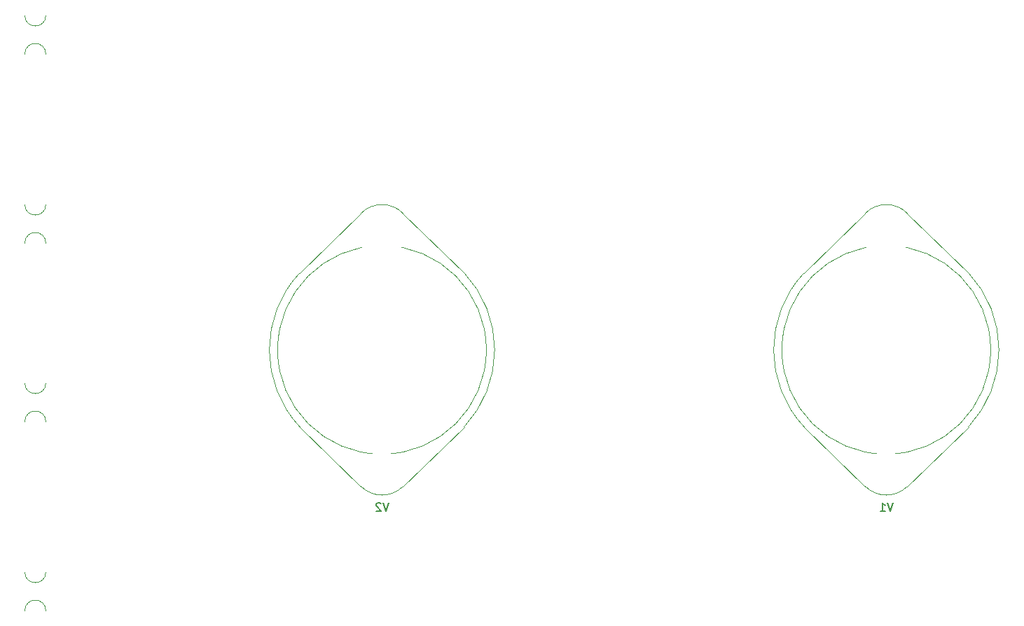
<source format=gbo>
G04 #@! TF.GenerationSoftware,KiCad,Pcbnew,5.1.12-84ad8e8a86~92~ubuntu20.04.1*
G04 #@! TF.CreationDate,2021-12-12T19:41:42-05:00*
G04 #@! TF.ProjectId,it_is_the_champion,69745f69-735f-4746-9865-5f6368616d70,0.1*
G04 #@! TF.SameCoordinates,Original*
G04 #@! TF.FileFunction,Legend,Bot*
G04 #@! TF.FilePolarity,Positive*
%FSLAX46Y46*%
G04 Gerber Fmt 4.6, Leading zero omitted, Abs format (unit mm)*
G04 Created by KiCad (PCBNEW 5.1.12-84ad8e8a86~92~ubuntu20.04.1) date 2021-12-12 19:41:42*
%MOMM*%
%LPD*%
G01*
G04 APERTURE LIST*
%ADD10C,0.100000*%
%ADD11C,0.120000*%
%ADD12C,0.150000*%
%ADD13C,0.500000*%
%ADD14O,2.400000X2.400000*%
%ADD15C,2.400000*%
%ADD16C,2.000000*%
%ADD17C,2.500000*%
%ADD18O,3.500000X3.500000*%
%ADD19C,4.000000*%
%ADD20C,6.000000*%
%ADD21C,1.000000*%
%ADD22C,2.800000*%
%ADD23C,2.550000*%
%ADD24R,2.400000X2.400000*%
%ADD25C,5.600000*%
%ADD26C,5.599999*%
%ADD27C,1.600000*%
%ADD28O,1.600000X1.600000*%
%ADD29O,2.200000X2.200000*%
%ADD30R,2.200000X2.200000*%
%ADD31R,1.600000X1.600000*%
%ADD32R,3.200000X3.200000*%
%ADD33C,3.200000*%
G04 APERTURE END LIST*
D10*
X33020000Y-110280000D02*
G75*
G03*
X30480000Y-110280000I-1270000J0D01*
G01*
X33020000Y-105620000D02*
G75*
G02*
X30480000Y-105620000I-1270000J0D01*
G01*
X33020000Y-87420000D02*
G75*
G03*
X30480000Y-87420000I-1270000J0D01*
G01*
X33020000Y-82760000D02*
G75*
G02*
X30480000Y-82760000I-1270000J0D01*
G01*
X33020000Y-65830000D02*
G75*
G03*
X30480000Y-65830000I-1270000J0D01*
G01*
X33020000Y-61170000D02*
G75*
G02*
X30480000Y-61170000I-1270000J0D01*
G01*
X33020000Y-42970000D02*
G75*
G03*
X30480000Y-42970000I-1270000J0D01*
G01*
X33020000Y-38310000D02*
G75*
G02*
X30480000Y-38310000I-1270000J0D01*
G01*
D11*
X71120000Y-62230000D02*
X63703402Y-69447175D01*
X76200000Y-62230000D02*
X83589644Y-69418380D01*
X63730355Y-88061621D02*
X71120000Y-95250000D01*
X76200000Y-95250000D02*
X83595923Y-88054927D01*
X86280000Y-78740000D02*
G75*
G03*
X86280000Y-78740000I-12620000J0D01*
G01*
X83595923Y-88054927D02*
G75*
G03*
X87279487Y-78740000I-9935923J9314927D01*
G01*
X71120000Y-95250000D02*
G75*
G03*
X76200000Y-95250000I2540000J2540000D01*
G01*
X76200000Y-62230000D02*
G75*
G03*
X71120000Y-62230000I-2540000J-2540000D01*
G01*
X87279487Y-78740000D02*
G75*
G03*
X83589644Y-69418380I-13619487J0D01*
G01*
X63703402Y-69447175D02*
G75*
G03*
X63730356Y-88061620I9956598J-9292825D01*
G01*
X132080000Y-62230000D02*
X124663402Y-69447175D01*
X137160000Y-62230000D02*
X144549644Y-69418380D01*
X124690355Y-88061621D02*
X132080000Y-95250000D01*
X137160000Y-95250000D02*
X144555923Y-88054927D01*
X147240000Y-78740000D02*
G75*
G03*
X147240000Y-78740000I-12620000J0D01*
G01*
X144555923Y-88054927D02*
G75*
G03*
X148239487Y-78740000I-9935923J9314927D01*
G01*
X132080000Y-95250000D02*
G75*
G03*
X137160000Y-95250000I2540000J2540000D01*
G01*
X137160000Y-62230000D02*
G75*
G03*
X132080000Y-62230000I-2540000J-2540000D01*
G01*
X148239487Y-78740000D02*
G75*
G03*
X144549644Y-69418380I-13619487J0D01*
G01*
X124663402Y-69447175D02*
G75*
G03*
X124690356Y-88061620I9956598J-9292825D01*
G01*
D12*
X74469523Y-97242380D02*
X74136190Y-98242380D01*
X73802857Y-97242380D01*
X73517142Y-97337619D02*
X73469523Y-97290000D01*
X73374285Y-97242380D01*
X73136190Y-97242380D01*
X73040952Y-97290000D01*
X72993333Y-97337619D01*
X72945714Y-97432857D01*
X72945714Y-97528095D01*
X72993333Y-97670952D01*
X73564761Y-98242380D01*
X72945714Y-98242380D01*
X135429523Y-97242380D02*
X135096190Y-98242380D01*
X134762857Y-97242380D01*
X133905714Y-98242380D02*
X134477142Y-98242380D01*
X134191428Y-98242380D02*
X134191428Y-97242380D01*
X134286666Y-97385238D01*
X134381904Y-97480476D01*
X134477142Y-97528095D01*
%LPC*%
D13*
X30650000Y-107150000D03*
X30650000Y-108750000D03*
X32850000Y-108750000D03*
X32850000Y-107150000D03*
X30650000Y-107950000D03*
X32850000Y-107950000D03*
X30650000Y-84290000D03*
X30650000Y-85890000D03*
X32850000Y-85890000D03*
X32850000Y-84290000D03*
X30650000Y-85090000D03*
X32850000Y-85090000D03*
X30650000Y-62700000D03*
X30650000Y-64300000D03*
X32850000Y-64300000D03*
X32850000Y-62700000D03*
X30650000Y-63500000D03*
X32850000Y-63500000D03*
X30650000Y-39840000D03*
X30650000Y-41440000D03*
X32850000Y-41440000D03*
X32850000Y-39840000D03*
X30650000Y-40640000D03*
X32850000Y-40640000D03*
D14*
X142240000Y-63500000D03*
D15*
X162560000Y-63500000D03*
G36*
G01*
X52435000Y-44335000D02*
X52435000Y-45835000D01*
G75*
G02*
X52185000Y-46085000I-250000J0D01*
G01*
X50685000Y-46085000D01*
G75*
G02*
X50435000Y-45835000I0J250000D01*
G01*
X50435000Y-44335000D01*
G75*
G02*
X50685000Y-44085000I250000J0D01*
G01*
X52185000Y-44085000D01*
G75*
G02*
X52435000Y-44335000I0J-250000D01*
G01*
G37*
D16*
X46935000Y-45085000D03*
D17*
X51435000Y-33085000D03*
X46935000Y-33085000D03*
G36*
G01*
X160385000Y-44335000D02*
X160385000Y-45835000D01*
G75*
G02*
X160135000Y-46085000I-250000J0D01*
G01*
X158635000Y-46085000D01*
G75*
G02*
X158385000Y-45835000I0J250000D01*
G01*
X158385000Y-44335000D01*
G75*
G02*
X158635000Y-44085000I250000J0D01*
G01*
X160135000Y-44085000D01*
G75*
G02*
X160385000Y-44335000I0J-250000D01*
G01*
G37*
D16*
X154885000Y-45085000D03*
D17*
X159385000Y-33085000D03*
X154885000Y-33085000D03*
D18*
X65165322Y-84911745D03*
X63160000Y-78740000D03*
X65165322Y-72568255D03*
X70415322Y-68753907D03*
X76904678Y-68753907D03*
X82154678Y-72568255D03*
X84160000Y-78740000D03*
X82154678Y-84911745D03*
X76904678Y-88726093D03*
D19*
X73660000Y-92990000D03*
D20*
X73660000Y-64490000D03*
D21*
X73660000Y-78740000D03*
D18*
X126125322Y-84911745D03*
X124120000Y-78740000D03*
X126125322Y-72568255D03*
X131375322Y-68753907D03*
X137864678Y-68753907D03*
X143114678Y-72568255D03*
X145120000Y-78740000D03*
X143114678Y-84911745D03*
X137864678Y-88726093D03*
D19*
X134620000Y-92990000D03*
D20*
X134620000Y-64490000D03*
D21*
X134620000Y-78740000D03*
D14*
X151765000Y-124460000D03*
D15*
X151765000Y-104140000D03*
D14*
X93980000Y-106680000D03*
D15*
X114300000Y-106680000D03*
D14*
X77470000Y-114300000D03*
D15*
X57150000Y-114300000D03*
D22*
X39540000Y-98780000D03*
X39540000Y-93980000D03*
D23*
X53340000Y-98780000D03*
G36*
G01*
X52314999Y-92705000D02*
X54365001Y-92705000D01*
G75*
G02*
X54615000Y-92954999I0J-249999D01*
G01*
X54615000Y-95005001D01*
G75*
G02*
X54365001Y-95255000I-249999J0D01*
G01*
X52314999Y-95255000D01*
G75*
G02*
X52065000Y-95005001I0J249999D01*
G01*
X52065000Y-92954999D01*
G75*
G02*
X52314999Y-92705000I249999J0D01*
G01*
G37*
D22*
X39540000Y-117830000D03*
X39540000Y-113030000D03*
D23*
X53340000Y-117830000D03*
G36*
G01*
X52314999Y-111755000D02*
X54365001Y-111755000D01*
G75*
G02*
X54615000Y-112004999I0J-249999D01*
G01*
X54615000Y-114055001D01*
G75*
G02*
X54365001Y-114305000I-249999J0D01*
G01*
X52314999Y-114305000D01*
G75*
G02*
X52065000Y-114055001I0J249999D01*
G01*
X52065000Y-112004999D01*
G75*
G02*
X52314999Y-111755000I249999J0D01*
G01*
G37*
D15*
X121920000Y-121800000D03*
D24*
X121920000Y-114300000D03*
D15*
X88900000Y-121800000D03*
D24*
X88900000Y-114300000D03*
D22*
X-938000Y-34206000D03*
X3862000Y-34206000D03*
X8662000Y-34206000D03*
X13462000Y-34206000D03*
X18262000Y-34206000D03*
D23*
X-938000Y-48006000D03*
X3862000Y-48006000D03*
X8662000Y-48006000D03*
X13462000Y-48006000D03*
G36*
G01*
X19537000Y-46980999D02*
X19537000Y-49031001D01*
G75*
G02*
X19287001Y-49281000I-249999J0D01*
G01*
X17236999Y-49281000D01*
G75*
G02*
X16987000Y-49031001I0J249999D01*
G01*
X16987000Y-46980999D01*
G75*
G02*
X17236999Y-46731000I249999J0D01*
G01*
X19287001Y-46731000D01*
G75*
G02*
X19537000Y-46980999I0J-249999D01*
G01*
G37*
D25*
X-48260000Y-115570000D03*
X25400000Y-115570000D03*
D26*
X-48260000Y-33020000D03*
D25*
X25400000Y-33020000D03*
X86360000Y-93980000D03*
X60960000Y-63500000D03*
X147320000Y-93980000D03*
X121920000Y-63500000D03*
X38100000Y-124460000D03*
X167640000Y-124460000D03*
X167640000Y-33020000D03*
X38100000Y-33020000D03*
D22*
X-40360000Y-34036000D03*
X-35560000Y-34036000D03*
D23*
X-40360000Y-47836000D03*
G36*
G01*
X-34285000Y-46810999D02*
X-34285000Y-48861001D01*
G75*
G02*
X-34534999Y-49111000I-249999J0D01*
G01*
X-36585001Y-49111000D01*
G75*
G02*
X-36835000Y-48861001I0J249999D01*
G01*
X-36835000Y-46810999D01*
G75*
G02*
X-36585001Y-46561000I249999J0D01*
G01*
X-34534999Y-46561000D01*
G75*
G02*
X-34285000Y-46810999I0J-249999D01*
G01*
G37*
D14*
X43815000Y-58420000D03*
D15*
X43815000Y-78740000D03*
D14*
X52070000Y-78740000D03*
D15*
X52070000Y-58420000D03*
D14*
X83820000Y-63500000D03*
D15*
X104140000Y-63500000D03*
D27*
X144860000Y-50800000D03*
X149860000Y-50800000D03*
D15*
X26670000Y-57150000D03*
D14*
X26670000Y-87630000D03*
D28*
X43815000Y-53340000D03*
D27*
X53975000Y-53340000D03*
D28*
X109220000Y-83820000D03*
D27*
X99060000Y-83820000D03*
D28*
X109220000Y-78740000D03*
D27*
X99060000Y-78740000D03*
D28*
X118110000Y-81280000D03*
D27*
X118110000Y-71120000D03*
D28*
X170180000Y-86360000D03*
D27*
X160020000Y-86360000D03*
D28*
X170180000Y-76200000D03*
D27*
X160020000Y-76200000D03*
D28*
X170180000Y-81280000D03*
D27*
X160020000Y-81280000D03*
D29*
X-6350000Y-94615000D03*
D30*
X-6350000Y-104775000D03*
D29*
X-6350000Y-107950000D03*
D30*
X-6350000Y-118110000D03*
D29*
X-16510000Y-94615000D03*
D30*
X-16510000Y-104775000D03*
D29*
X-16510000Y-107950000D03*
D30*
X-16510000Y-118110000D03*
D29*
X-11430000Y-104775000D03*
D30*
X-11430000Y-94615000D03*
D29*
X-11430000Y-118110000D03*
D30*
X-11430000Y-107950000D03*
D29*
X-21590000Y-104775000D03*
D30*
X-21590000Y-94615000D03*
D29*
X-21590000Y-118110000D03*
D30*
X-21590000Y-107950000D03*
D15*
X-3930000Y-60706000D03*
D24*
X-11430000Y-60706000D03*
D15*
X16390000Y-81026000D03*
D24*
X8890000Y-81026000D03*
D15*
X-3930000Y-81026000D03*
D24*
X-11430000Y-81026000D03*
D16*
X36830000Y-68580000D03*
X36830000Y-58580000D03*
D27*
X68580000Y-55880000D03*
X63580000Y-55880000D03*
X99140000Y-55880000D03*
X104140000Y-55880000D03*
X119300000Y-86995000D03*
X114300000Y-86995000D03*
D16*
X139700000Y-50800000D03*
X129700000Y-50800000D03*
X139700000Y-58420000D03*
X129700000Y-58420000D03*
D27*
X165100000Y-94575000D03*
D31*
X165100000Y-92075000D03*
D15*
X-30600000Y-61976000D03*
D24*
X-38100000Y-61976000D03*
D15*
X-30600000Y-79756000D03*
D24*
X-38100000Y-79756000D03*
G36*
G01*
X-41915000Y-101355001D02*
X-41915000Y-99304999D01*
G75*
G02*
X-41665001Y-99055000I249999J0D01*
G01*
X-39614999Y-99055000D01*
G75*
G02*
X-39365000Y-99304999I0J-249999D01*
G01*
X-39365000Y-101355001D01*
G75*
G02*
X-39614999Y-101605000I-249999J0D01*
G01*
X-41665001Y-101605000D01*
G75*
G02*
X-41915000Y-101355001I0J249999D01*
G01*
G37*
D23*
X-35840000Y-100330000D03*
D22*
X-40640000Y-114130000D03*
X-35840000Y-114130000D03*
D15*
X16390000Y-60706000D03*
D24*
X8890000Y-60706000D03*
D17*
X119960000Y-33020000D03*
X124460000Y-33020000D03*
D16*
X119960000Y-45020000D03*
G36*
G01*
X125460000Y-44270000D02*
X125460000Y-45770000D01*
G75*
G02*
X125210000Y-46020000I-250000J0D01*
G01*
X123710000Y-46020000D01*
G75*
G02*
X123460000Y-45770000I0J250000D01*
G01*
X123460000Y-44270000D01*
G75*
G02*
X123710000Y-44020000I250000J0D01*
G01*
X125210000Y-44020000D01*
G75*
G02*
X125460000Y-44270000I0J-250000D01*
G01*
G37*
D17*
X135780000Y-33020000D03*
X140280000Y-33020000D03*
X144780000Y-33020000D03*
D16*
X135780000Y-45020000D03*
X140280000Y-45020000D03*
G36*
G01*
X145780000Y-44270000D02*
X145780000Y-45770000D01*
G75*
G02*
X145530000Y-46020000I-250000J0D01*
G01*
X144030000Y-46020000D01*
G75*
G02*
X143780000Y-45770000I0J250000D01*
G01*
X143780000Y-44270000D01*
G75*
G02*
X144030000Y-44020000I250000J0D01*
G01*
X145530000Y-44020000D01*
G75*
G02*
X145780000Y-44270000I0J-250000D01*
G01*
G37*
D32*
X-45720000Y-95250000D03*
D33*
X-40640000Y-95250000D03*
X-35560000Y-95250000D03*
X-30480000Y-95250000D03*
G36*
G01*
X2535000Y-101355001D02*
X2535000Y-99304999D01*
G75*
G02*
X2784999Y-99055000I249999J0D01*
G01*
X4835001Y-99055000D01*
G75*
G02*
X5085000Y-99304999I0J-249999D01*
G01*
X5085000Y-101355001D01*
G75*
G02*
X4835001Y-101605000I-249999J0D01*
G01*
X2784999Y-101605000D01*
G75*
G02*
X2535000Y-101355001I0J249999D01*
G01*
G37*
D23*
X8610000Y-100330000D03*
X13410000Y-100330000D03*
X18210000Y-100330000D03*
D22*
X3810000Y-114130000D03*
X8610000Y-114130000D03*
X13410000Y-114130000D03*
X18210000Y-114130000D03*
D15*
X-46990000Y-57150000D03*
D14*
X-46990000Y-87630000D03*
D15*
X-21590000Y-57150000D03*
D14*
X-21590000Y-87630000D03*
D15*
X83820000Y-106680000D03*
D14*
X63500000Y-106680000D03*
X93980000Y-71120000D03*
D15*
X93980000Y-91440000D03*
D14*
X124460000Y-104140000D03*
D15*
X144780000Y-104140000D03*
D14*
X154940000Y-71120000D03*
D15*
X154940000Y-91440000D03*
D27*
X113030000Y-73620000D03*
D31*
X113030000Y-71120000D03*
M02*

</source>
